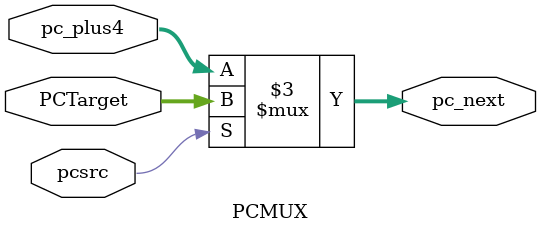
<source format=v>
`timescale 1ns / 1ps

module PCMUX(
    input wire [31:0] pc_plus4,
    input wire [31:0] PCTarget,
    input wire pcsrc,
    output reg [31:0] pc_next
);

always @(*) begin
    case (pcsrc)
        1'b1: pc_next = PCTarget;
        default: pc_next = pc_plus4; 
    endcase
end

endmodule
</source>
